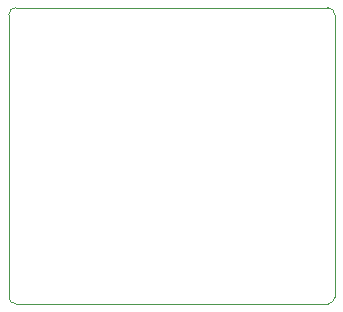
<source format=gm1>
G04 #@! TF.GenerationSoftware,KiCad,Pcbnew,no-vcs-found-342f28f~58~ubuntu16.04.1*
G04 #@! TF.CreationDate,2017-05-04T11:09:12+03:00*
G04 #@! TF.ProjectId,minimal_node_rfm69w,6D696E696D616C5F6E6F64655F72666D,rev?*
G04 #@! TF.FileFunction,Profile,NP*
%FSLAX46Y46*%
G04 Gerber Fmt 4.6, Leading zero omitted, Abs format (unit mm)*
G04 Created by KiCad (PCBNEW no-vcs-found-342f28f~58~ubuntu16.04.1) date Thu May  4 11:09:12 2017*
%MOMM*%
%LPD*%
G01*
G04 APERTURE LIST*
%ADD10C,0.100000*%
G04 APERTURE END LIST*
D10*
X163000000Y-72700000D02*
G75*
G02X162400000Y-73300000I-600000J0D01*
G01*
X136000000Y-73300000D02*
G75*
G02X135400000Y-72700000I0J600000D01*
G01*
X135400000Y-48800000D02*
G75*
G02X136000000Y-48200000I600000J0D01*
G01*
X162400000Y-48200000D02*
G75*
G02X163000000Y-48800000I0J-600000D01*
G01*
X135400000Y-72700000D02*
X135400000Y-48800000D01*
X162400000Y-73300000D02*
X136000000Y-73300000D01*
X163000000Y-48800000D02*
X163000000Y-72700000D01*
X135999811Y-48200000D02*
X162400000Y-48200000D01*
M02*

</source>
